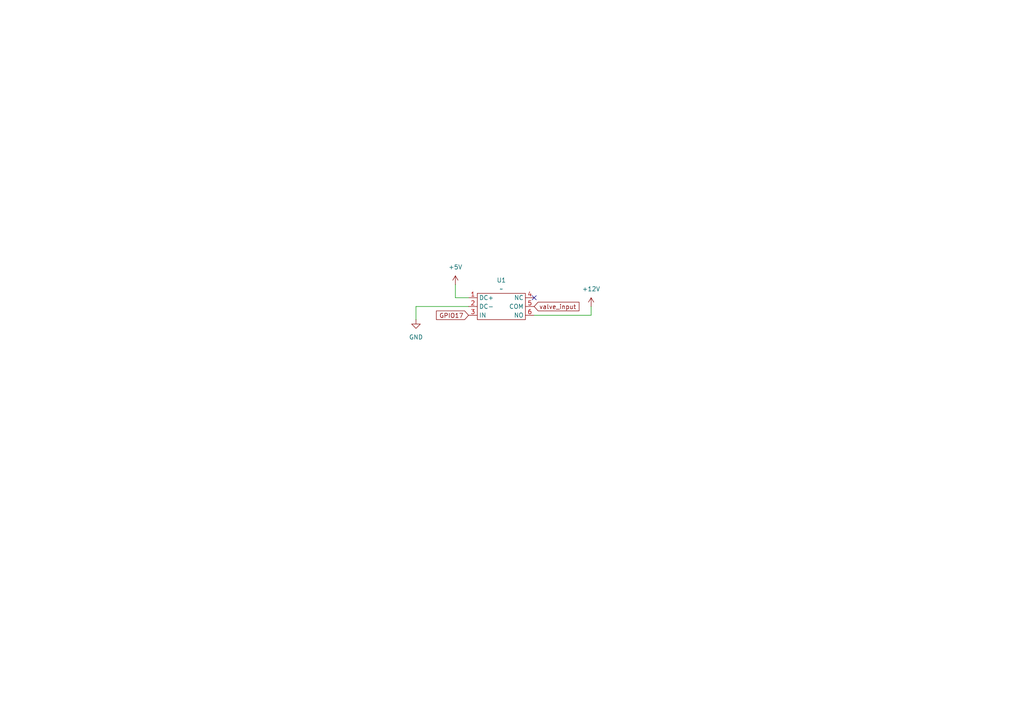
<source format=kicad_sch>
(kicad_sch (version 20231120) (generator "eeschema") (generator_version "8.0")
  (paper "A4")
  (lib_symbols
    (symbol "lysimeter_symbols:Relay-PCB"
      (property "Reference" "U" (at 0 0 0))
      (symbol "Relay-PCB_0_1"
        (rectangle (start -6.35 -1.27) (end 7.62 -8.89))
      )
      (symbol "Relay-PCB_1_1"
        (pin input line (at -8.89 -2.54 0) (length 2.54) (name "DC+") (number "1"))
        (pin input line (at -8.89 -5.08 0) (length 2.54) (name "DC-") (number "2"))
        (pin input line (at -8.89 -7.62 0) (length 2.54) (name "IN") (number "3"))
        (pin input line (at 10.16 -2.54 180) (length 2.54) (name "NC") (number "4"))
        (pin input line (at 10.16 -5.08 180) (length 2.54) (name "COM") (number "5"))
        (pin input line (at 10.16 -7.62 180) (length 2.54) (name "NO") (number "6"))
      )
    )
    (symbol "power:+12V" (power) (pin_numbers hide) (pin_names (offset 0) hide)
      (property "Value" "+12V" (at 0 3.556 0))
      (symbol "+12V_0_1"
        (polyline (pts (xy -0.762 1.27) (xy 0 2.54)))
        (polyline (pts (xy 0 0) (xy 0 2.54)))
        (polyline (pts (xy 0 2.54) (xy 0.762 1.27)))
      )
      (symbol "+12V_1_1"
        (pin power_in line (at 0 0 90) (length 0) (name "~") (number "1"))
      )
    )
    (symbol "power:+5V" (power) (pin_numbers hide) (pin_names (offset 0) hide)
      (property "Value" "+5V" (at 0 3.556 0))
      (symbol "+5V_0_1"
        (polyline (pts (xy -0.762 1.27) (xy 0 2.54)))
        (polyline (pts (xy 0 0) (xy 0 2.54)))
        (polyline (pts (xy 0 2.54) (xy 0.762 1.27)))
      )
      (symbol "+5V_1_1"
        (pin power_in line (at 0 0 90) (length 0) (name "~") (number "1"))
      )
    )
    (symbol "power:GND" (power) (pin_numbers hide) (pin_names (offset 0) hide)
      (property "Value" "GND" (at 0 -3.81 0))
      (symbol "GND_0_1"
        (polyline (pts (xy 0 0) (xy 0 -1.27) (xy 1.27 -1.27) (xy 0 -2.54) (xy -1.27 -1.27) (xy 0 -1.27)))
      )
      (symbol "GND_1_1"
        (pin power_in line (at 0 0 270) (length 0) (name "~") (number "1"))
      )
    )
  )
  (no_connect (at 154.94 86.36))
  (wire (pts (xy 120.65 88.9) (xy 120.65 92.71)))
  (wire (pts (xy 135.89 86.36) (xy 132.08 86.36)))
  (wire (pts (xy 132.08 82.55) (xy 132.08 86.36)))
  (wire (pts (xy 154.94 91.44) (xy 171.45 91.44)))
  (wire (pts (xy 135.89 88.9) (xy 120.65 88.9)))
  (wire (pts (xy 171.45 88.9) (xy 171.45 91.44)))
  (global_label "valve_input" (shape input) (at 154.94 88.9 0) (property "Intersheetrefs" "${INTERSHEET_REFS}" (effects (hide yes))))
  (global_label "GPIO17" (shape input) (at 135.89 91.44 180) (property "Intersheetrefs" "${INTERSHEET_REFS}" (effects (hide yes))))
  (symbol (lib_id "power:+12V") (at 171.45 88.9 0) (unit 1)
    (property "Reference" "#PWR06" (effects (hide yes)))
    (property "Value" "+12V" (at 171.45 83.82 0))
    (property "Description" "Power symbol creates a global label with name \"+12V\"" (effects (hide yes)))
  )
  (symbol (lib_id "lysimeter_symbols:Relay-PCB") (at 144.78 83.82 0) (unit 1)
    (property "Reference" "U1" (at 145.415 81.28 0))
    (property "Value" "~" (at 145.415 83.82 0))
    (property "Footprint" "lysimeter_footprints:Relay_PCB_Footprint" (effects (hide yes)))
  )
  (symbol (lib_id "power:+5V") (at 132.08 82.55 0) (unit 1)
    (property "Reference" "#PWR05" (effects (hide yes)))
    (property "Value" "+5V" (at 132.08 77.47 0))
    (property "Description" "Power symbol creates a global label with name \"+5V\"" (effects (hide yes)))
  )
  (symbol (lib_id "power:GND") (at 120.65 92.71 0) (unit 1)
    (property "Reference" "#PWR02" (effects (hide yes)))
    (property "Value" "GND" (at 120.65 97.79 0))
    (property "Description" "Power symbol creates a global label with name \"GND\" , ground" (effects (hide yes)))
  )
)
</source>
